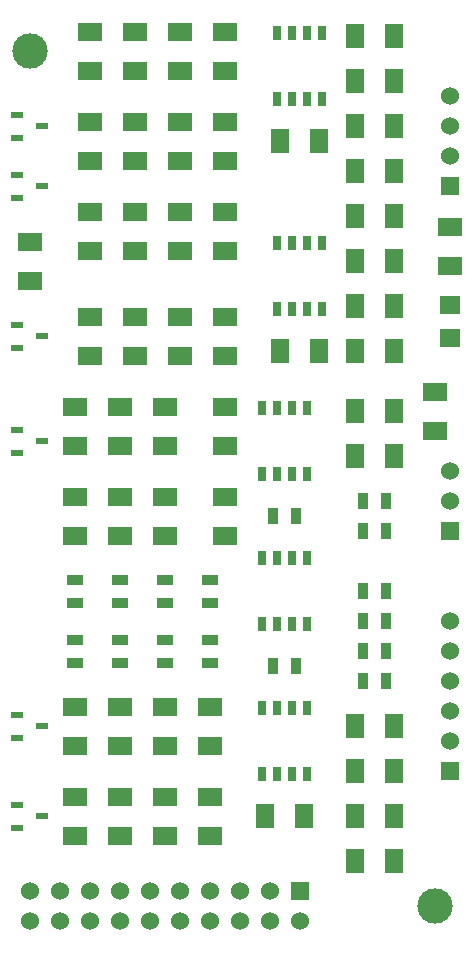
<source format=gts>
G04 (created by PCBNEW (2013-07-07 BZR 4022)-stable) date 10/7/2013 2:25:56 PM*
%MOIN*%
G04 Gerber Fmt 3.4, Leading zero omitted, Abs format*
%FSLAX34Y34*%
G01*
G70*
G90*
G04 APERTURE LIST*
%ADD10C,0.00590551*%
%ADD11R,0.06X0.08*%
%ADD12R,0.06X0.06*%
%ADD13C,0.06*%
%ADD14R,0.08X0.06*%
%ADD15R,0.025X0.05*%
%ADD16R,0.0709X0.0629*%
%ADD17R,0.0394X0.0236*%
%ADD18R,0.055X0.035*%
%ADD19R,0.035X0.055*%
%ADD20C,0.11811*%
G04 APERTURE END LIST*
G54D10*
G54D11*
X52650Y-40500D03*
X51350Y-40500D03*
X51350Y-42000D03*
X52650Y-42000D03*
G54D12*
X54500Y-45500D03*
G54D13*
X54500Y-44500D03*
X54500Y-43500D03*
X54500Y-42500D03*
G54D12*
X49500Y-69000D03*
G54D13*
X49500Y-70000D03*
X48500Y-69000D03*
X48500Y-70000D03*
X47500Y-69000D03*
X47500Y-70000D03*
X46500Y-69000D03*
X46500Y-70000D03*
X45500Y-69000D03*
X45500Y-70000D03*
X44500Y-69000D03*
X44500Y-70000D03*
X43500Y-69000D03*
X43500Y-70000D03*
X42500Y-69000D03*
X42500Y-70000D03*
X41500Y-69000D03*
X41500Y-70000D03*
X40500Y-69000D03*
X40500Y-70000D03*
G54D14*
X47000Y-40350D03*
X47000Y-41650D03*
G54D11*
X52650Y-45000D03*
X51350Y-45000D03*
X51350Y-43500D03*
X52650Y-43500D03*
G54D14*
X44000Y-44650D03*
X44000Y-43350D03*
G54D11*
X52650Y-46500D03*
X51350Y-46500D03*
X51350Y-48000D03*
X52650Y-48000D03*
G54D14*
X44000Y-46350D03*
X44000Y-47650D03*
X44000Y-51150D03*
X44000Y-49850D03*
G54D11*
X51350Y-49500D03*
X52650Y-49500D03*
X52650Y-51000D03*
X51350Y-51000D03*
G54D14*
X42500Y-40350D03*
X42500Y-41650D03*
X45500Y-40350D03*
X45500Y-41650D03*
X47000Y-44650D03*
X47000Y-43350D03*
X44000Y-40350D03*
X44000Y-41650D03*
X45500Y-44650D03*
X45500Y-43350D03*
G54D11*
X50150Y-44000D03*
X48850Y-44000D03*
G54D14*
X42500Y-44650D03*
X42500Y-43350D03*
X45500Y-46350D03*
X45500Y-47650D03*
X42500Y-46350D03*
X42500Y-47650D03*
X45500Y-51150D03*
X45500Y-49850D03*
X42500Y-51150D03*
X42500Y-49850D03*
G54D15*
X50250Y-47400D03*
X49750Y-47400D03*
X49250Y-47400D03*
X48750Y-47400D03*
X48750Y-49600D03*
X49250Y-49600D03*
X49750Y-49600D03*
X50250Y-49600D03*
X50250Y-40400D03*
X49750Y-40400D03*
X49250Y-40400D03*
X48750Y-40400D03*
X48750Y-42600D03*
X49250Y-42600D03*
X49750Y-42600D03*
X50250Y-42600D03*
X49750Y-57900D03*
X49250Y-57900D03*
X48750Y-57900D03*
X48250Y-57900D03*
X48250Y-60100D03*
X48750Y-60100D03*
X49250Y-60100D03*
X49750Y-60100D03*
X49750Y-52900D03*
X49250Y-52900D03*
X48750Y-52900D03*
X48250Y-52900D03*
X48250Y-55100D03*
X48750Y-55100D03*
X49250Y-55100D03*
X49750Y-55100D03*
G54D11*
X52650Y-53000D03*
X51350Y-53000D03*
G54D14*
X42000Y-57150D03*
X42000Y-55850D03*
X45000Y-57150D03*
X45000Y-55850D03*
X42000Y-52850D03*
X42000Y-54150D03*
X45000Y-52850D03*
X45000Y-54150D03*
X40500Y-48650D03*
X40500Y-47350D03*
X54500Y-46850D03*
X54500Y-48150D03*
X43500Y-52850D03*
X43500Y-54150D03*
G54D11*
X51350Y-54500D03*
X52650Y-54500D03*
G54D14*
X54000Y-53650D03*
X54000Y-52350D03*
G54D12*
X54500Y-57000D03*
G54D13*
X54500Y-56000D03*
X54500Y-55000D03*
G54D16*
X54500Y-49441D03*
X54500Y-50559D03*
G54D17*
X40084Y-50125D03*
X40916Y-50500D03*
X40084Y-50875D03*
X40084Y-66125D03*
X40916Y-66500D03*
X40084Y-66875D03*
X40084Y-63125D03*
X40916Y-63500D03*
X40084Y-63875D03*
X40084Y-45125D03*
X40916Y-45500D03*
X40084Y-45875D03*
X40084Y-53625D03*
X40916Y-54000D03*
X40084Y-54375D03*
G54D15*
X49750Y-62900D03*
X49250Y-62900D03*
X48750Y-62900D03*
X48250Y-62900D03*
X48250Y-65100D03*
X48750Y-65100D03*
X49250Y-65100D03*
X49750Y-65100D03*
G54D11*
X52650Y-63500D03*
X51350Y-63500D03*
X51350Y-65000D03*
X52650Y-65000D03*
G54D14*
X43500Y-64150D03*
X43500Y-62850D03*
X43500Y-67150D03*
X43500Y-65850D03*
G54D11*
X51350Y-66500D03*
X52650Y-66500D03*
X51350Y-68000D03*
X52650Y-68000D03*
G54D14*
X45000Y-64150D03*
X45000Y-62850D03*
X46500Y-64150D03*
X46500Y-62850D03*
X42000Y-64150D03*
X42000Y-62850D03*
X45000Y-67150D03*
X45000Y-65850D03*
X46500Y-67150D03*
X46500Y-65850D03*
X42000Y-67150D03*
X42000Y-65850D03*
G54D17*
X40084Y-43125D03*
X40916Y-43500D03*
X40084Y-43875D03*
G54D12*
X54500Y-65000D03*
G54D13*
X54500Y-64000D03*
X54500Y-63000D03*
X54500Y-62000D03*
X54500Y-61000D03*
X54500Y-60000D03*
G54D18*
X46500Y-61375D03*
X46500Y-60625D03*
G54D14*
X47000Y-46350D03*
X47000Y-47650D03*
X47000Y-51150D03*
X47000Y-49850D03*
G54D11*
X48350Y-66500D03*
X49650Y-66500D03*
G54D14*
X47000Y-52850D03*
X47000Y-54150D03*
X47000Y-57150D03*
X47000Y-55850D03*
G54D11*
X50150Y-51000D03*
X48850Y-51000D03*
G54D19*
X51625Y-59000D03*
X52375Y-59000D03*
X52375Y-60000D03*
X51625Y-60000D03*
G54D18*
X42000Y-61375D03*
X42000Y-60625D03*
X45000Y-61375D03*
X45000Y-60625D03*
X42000Y-58625D03*
X42000Y-59375D03*
X46500Y-58625D03*
X46500Y-59375D03*
X45000Y-58625D03*
X45000Y-59375D03*
G54D19*
X52375Y-62000D03*
X51625Y-62000D03*
X52375Y-61000D03*
X51625Y-61000D03*
G54D18*
X43500Y-61375D03*
X43500Y-60625D03*
X43500Y-58625D03*
X43500Y-59375D03*
G54D19*
X49375Y-56500D03*
X48625Y-56500D03*
X49375Y-61500D03*
X48625Y-61500D03*
G54D14*
X43500Y-57150D03*
X43500Y-55850D03*
G54D19*
X51625Y-56000D03*
X52375Y-56000D03*
X52375Y-57000D03*
X51625Y-57000D03*
G54D20*
X40500Y-41000D03*
X54000Y-69500D03*
M02*

</source>
